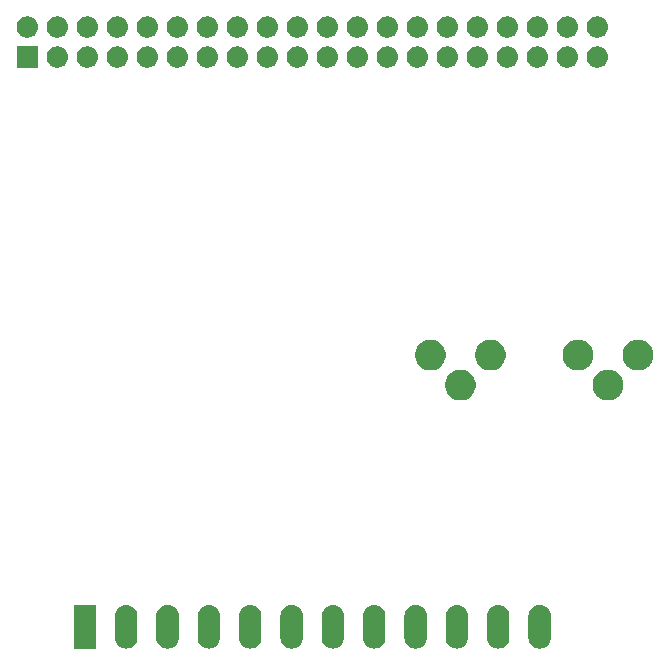
<source format=gbr>
G04 #@! TF.GenerationSoftware,KiCad,Pcbnew,(5.1.0-rc2-10-g13249b723)*
G04 #@! TF.CreationDate,2019-03-10T20:32:50+01:00*
G04 #@! TF.ProjectId,authbox-relay-driver,61757468-626f-4782-9d72-656c61792d64,rev?*
G04 #@! TF.SameCoordinates,Original*
G04 #@! TF.FileFunction,Soldermask,Bot*
G04 #@! TF.FilePolarity,Negative*
%FSLAX46Y46*%
G04 Gerber Fmt 4.6, Leading zero omitted, Abs format (unit mm)*
G04 Created by KiCad (PCBNEW (5.1.0-rc2-10-g13249b723)) date 2019-03-10 20:32:50*
%MOMM*%
%LPD*%
G04 APERTURE LIST*
%ADD10C,0.100000*%
G04 APERTURE END LIST*
D10*
G36*
X165486424Y-137832760D02*
G01*
X165486427Y-137832761D01*
X165486428Y-137832761D01*
X165665692Y-137887140D01*
X165665695Y-137887142D01*
X165665696Y-137887142D01*
X165830903Y-137975446D01*
X165975712Y-138094288D01*
X166094554Y-138239097D01*
X166182858Y-138404303D01*
X166182860Y-138404307D01*
X166182860Y-138404308D01*
X166237240Y-138583575D01*
X166251000Y-138723282D01*
X166251000Y-140616718D01*
X166237240Y-140756425D01*
X166237239Y-140756428D01*
X166237239Y-140756429D01*
X166182860Y-140935693D01*
X166182858Y-140935696D01*
X166182858Y-140935697D01*
X166094554Y-141100903D01*
X165975712Y-141245712D01*
X165830903Y-141364554D01*
X165665697Y-141452858D01*
X165665693Y-141452860D01*
X165486429Y-141507239D01*
X165486428Y-141507239D01*
X165486425Y-141507240D01*
X165300000Y-141525601D01*
X165113576Y-141507240D01*
X165113573Y-141507239D01*
X165113572Y-141507239D01*
X164934308Y-141452860D01*
X164934304Y-141452858D01*
X164769098Y-141364554D01*
X164624289Y-141245712D01*
X164505447Y-141100903D01*
X164417143Y-140935697D01*
X164417143Y-140935696D01*
X164417141Y-140935693D01*
X164362762Y-140756429D01*
X164362762Y-140756428D01*
X164362761Y-140756425D01*
X164349000Y-140616717D01*
X164349000Y-138723283D01*
X164362760Y-138583576D01*
X164362761Y-138583572D01*
X164417140Y-138404308D01*
X164417143Y-138404303D01*
X164505446Y-138239097D01*
X164624288Y-138094288D01*
X164769097Y-137975446D01*
X164934303Y-137887142D01*
X164934304Y-137887142D01*
X164934307Y-137887140D01*
X165113571Y-137832761D01*
X165113572Y-137832761D01*
X165113575Y-137832760D01*
X165300000Y-137814399D01*
X165486424Y-137832760D01*
X165486424Y-137832760D01*
G37*
G36*
X161986424Y-137832760D02*
G01*
X161986427Y-137832761D01*
X161986428Y-137832761D01*
X162165692Y-137887140D01*
X162165695Y-137887142D01*
X162165696Y-137887142D01*
X162330903Y-137975446D01*
X162475712Y-138094288D01*
X162594554Y-138239097D01*
X162682858Y-138404303D01*
X162682860Y-138404307D01*
X162682860Y-138404308D01*
X162737240Y-138583575D01*
X162751000Y-138723282D01*
X162751000Y-140616718D01*
X162737240Y-140756425D01*
X162737239Y-140756428D01*
X162737239Y-140756429D01*
X162682860Y-140935693D01*
X162682858Y-140935696D01*
X162682858Y-140935697D01*
X162594554Y-141100903D01*
X162475712Y-141245712D01*
X162330903Y-141364554D01*
X162165697Y-141452858D01*
X162165693Y-141452860D01*
X161986429Y-141507239D01*
X161986428Y-141507239D01*
X161986425Y-141507240D01*
X161800000Y-141525601D01*
X161613576Y-141507240D01*
X161613573Y-141507239D01*
X161613572Y-141507239D01*
X161434308Y-141452860D01*
X161434304Y-141452858D01*
X161269098Y-141364554D01*
X161124289Y-141245712D01*
X161005447Y-141100903D01*
X160917143Y-140935697D01*
X160917143Y-140935696D01*
X160917141Y-140935693D01*
X160862762Y-140756429D01*
X160862762Y-140756428D01*
X160862761Y-140756425D01*
X160849000Y-140616717D01*
X160849000Y-138723283D01*
X160862760Y-138583576D01*
X160862761Y-138583572D01*
X160917140Y-138404308D01*
X160917143Y-138404303D01*
X161005446Y-138239097D01*
X161124288Y-138094288D01*
X161269097Y-137975446D01*
X161434303Y-137887142D01*
X161434304Y-137887142D01*
X161434307Y-137887140D01*
X161613571Y-137832761D01*
X161613572Y-137832761D01*
X161613575Y-137832760D01*
X161800000Y-137814399D01*
X161986424Y-137832760D01*
X161986424Y-137832760D01*
G37*
G36*
X158486424Y-137832760D02*
G01*
X158486427Y-137832761D01*
X158486428Y-137832761D01*
X158665692Y-137887140D01*
X158665695Y-137887142D01*
X158665696Y-137887142D01*
X158830903Y-137975446D01*
X158975712Y-138094288D01*
X159094554Y-138239097D01*
X159182858Y-138404303D01*
X159182860Y-138404307D01*
X159182860Y-138404308D01*
X159237240Y-138583575D01*
X159251000Y-138723282D01*
X159251000Y-140616718D01*
X159237240Y-140756425D01*
X159237239Y-140756428D01*
X159237239Y-140756429D01*
X159182860Y-140935693D01*
X159182858Y-140935696D01*
X159182858Y-140935697D01*
X159094554Y-141100903D01*
X158975712Y-141245712D01*
X158830903Y-141364554D01*
X158665697Y-141452858D01*
X158665693Y-141452860D01*
X158486429Y-141507239D01*
X158486428Y-141507239D01*
X158486425Y-141507240D01*
X158300000Y-141525601D01*
X158113576Y-141507240D01*
X158113573Y-141507239D01*
X158113572Y-141507239D01*
X157934308Y-141452860D01*
X157934304Y-141452858D01*
X157769098Y-141364554D01*
X157624289Y-141245712D01*
X157505447Y-141100903D01*
X157417143Y-140935697D01*
X157417143Y-140935696D01*
X157417141Y-140935693D01*
X157362762Y-140756429D01*
X157362762Y-140756428D01*
X157362761Y-140756425D01*
X157349000Y-140616717D01*
X157349000Y-138723283D01*
X157362760Y-138583576D01*
X157362761Y-138583572D01*
X157417140Y-138404308D01*
X157417143Y-138404303D01*
X157505446Y-138239097D01*
X157624288Y-138094288D01*
X157769097Y-137975446D01*
X157934303Y-137887142D01*
X157934304Y-137887142D01*
X157934307Y-137887140D01*
X158113571Y-137832761D01*
X158113572Y-137832761D01*
X158113575Y-137832760D01*
X158300000Y-137814399D01*
X158486424Y-137832760D01*
X158486424Y-137832760D01*
G37*
G36*
X154986424Y-137832760D02*
G01*
X154986427Y-137832761D01*
X154986428Y-137832761D01*
X155165692Y-137887140D01*
X155165695Y-137887142D01*
X155165696Y-137887142D01*
X155330903Y-137975446D01*
X155475712Y-138094288D01*
X155594554Y-138239097D01*
X155682858Y-138404303D01*
X155682860Y-138404307D01*
X155682860Y-138404308D01*
X155737240Y-138583575D01*
X155751000Y-138723282D01*
X155751000Y-140616718D01*
X155737240Y-140756425D01*
X155737239Y-140756428D01*
X155737239Y-140756429D01*
X155682860Y-140935693D01*
X155682858Y-140935696D01*
X155682858Y-140935697D01*
X155594554Y-141100903D01*
X155475712Y-141245712D01*
X155330903Y-141364554D01*
X155165697Y-141452858D01*
X155165693Y-141452860D01*
X154986429Y-141507239D01*
X154986428Y-141507239D01*
X154986425Y-141507240D01*
X154800000Y-141525601D01*
X154613576Y-141507240D01*
X154613573Y-141507239D01*
X154613572Y-141507239D01*
X154434308Y-141452860D01*
X154434304Y-141452858D01*
X154269098Y-141364554D01*
X154124289Y-141245712D01*
X154005447Y-141100903D01*
X153917143Y-140935697D01*
X153917143Y-140935696D01*
X153917141Y-140935693D01*
X153862762Y-140756429D01*
X153862762Y-140756428D01*
X153862761Y-140756425D01*
X153849000Y-140616717D01*
X153849000Y-138723283D01*
X153862760Y-138583576D01*
X153862761Y-138583572D01*
X153917140Y-138404308D01*
X153917143Y-138404303D01*
X154005446Y-138239097D01*
X154124288Y-138094288D01*
X154269097Y-137975446D01*
X154434303Y-137887142D01*
X154434304Y-137887142D01*
X154434307Y-137887140D01*
X154613571Y-137832761D01*
X154613572Y-137832761D01*
X154613575Y-137832760D01*
X154800000Y-137814399D01*
X154986424Y-137832760D01*
X154986424Y-137832760D01*
G37*
G36*
X151486424Y-137832760D02*
G01*
X151486427Y-137832761D01*
X151486428Y-137832761D01*
X151665692Y-137887140D01*
X151665695Y-137887142D01*
X151665696Y-137887142D01*
X151830903Y-137975446D01*
X151975712Y-138094288D01*
X152094554Y-138239097D01*
X152182858Y-138404303D01*
X152182860Y-138404307D01*
X152182860Y-138404308D01*
X152237240Y-138583575D01*
X152251000Y-138723282D01*
X152251000Y-140616718D01*
X152237240Y-140756425D01*
X152237239Y-140756428D01*
X152237239Y-140756429D01*
X152182860Y-140935693D01*
X152182858Y-140935696D01*
X152182858Y-140935697D01*
X152094554Y-141100903D01*
X151975712Y-141245712D01*
X151830903Y-141364554D01*
X151665697Y-141452858D01*
X151665693Y-141452860D01*
X151486429Y-141507239D01*
X151486428Y-141507239D01*
X151486425Y-141507240D01*
X151300000Y-141525601D01*
X151113576Y-141507240D01*
X151113573Y-141507239D01*
X151113572Y-141507239D01*
X150934308Y-141452860D01*
X150934304Y-141452858D01*
X150769098Y-141364554D01*
X150624289Y-141245712D01*
X150505447Y-141100903D01*
X150417143Y-140935697D01*
X150417143Y-140935696D01*
X150417141Y-140935693D01*
X150362762Y-140756429D01*
X150362762Y-140756428D01*
X150362761Y-140756425D01*
X150349000Y-140616717D01*
X150349000Y-138723283D01*
X150362760Y-138583576D01*
X150362761Y-138583572D01*
X150417140Y-138404308D01*
X150417143Y-138404303D01*
X150505446Y-138239097D01*
X150624288Y-138094288D01*
X150769097Y-137975446D01*
X150934303Y-137887142D01*
X150934304Y-137887142D01*
X150934307Y-137887140D01*
X151113571Y-137832761D01*
X151113572Y-137832761D01*
X151113575Y-137832760D01*
X151300000Y-137814399D01*
X151486424Y-137832760D01*
X151486424Y-137832760D01*
G37*
G36*
X147986424Y-137832760D02*
G01*
X147986427Y-137832761D01*
X147986428Y-137832761D01*
X148165692Y-137887140D01*
X148165695Y-137887142D01*
X148165696Y-137887142D01*
X148330903Y-137975446D01*
X148475712Y-138094288D01*
X148594554Y-138239097D01*
X148682858Y-138404303D01*
X148682860Y-138404307D01*
X148682860Y-138404308D01*
X148737240Y-138583575D01*
X148751000Y-138723282D01*
X148751000Y-140616718D01*
X148737240Y-140756425D01*
X148737239Y-140756428D01*
X148737239Y-140756429D01*
X148682860Y-140935693D01*
X148682858Y-140935696D01*
X148682858Y-140935697D01*
X148594554Y-141100903D01*
X148475712Y-141245712D01*
X148330903Y-141364554D01*
X148165697Y-141452858D01*
X148165693Y-141452860D01*
X147986429Y-141507239D01*
X147986428Y-141507239D01*
X147986425Y-141507240D01*
X147800000Y-141525601D01*
X147613576Y-141507240D01*
X147613573Y-141507239D01*
X147613572Y-141507239D01*
X147434308Y-141452860D01*
X147434304Y-141452858D01*
X147269098Y-141364554D01*
X147124289Y-141245712D01*
X147005447Y-141100903D01*
X146917143Y-140935697D01*
X146917143Y-140935696D01*
X146917141Y-140935693D01*
X146862762Y-140756429D01*
X146862762Y-140756428D01*
X146862761Y-140756425D01*
X146849000Y-140616717D01*
X146849000Y-138723283D01*
X146862760Y-138583576D01*
X146862761Y-138583572D01*
X146917140Y-138404308D01*
X146917143Y-138404303D01*
X147005446Y-138239097D01*
X147124288Y-138094288D01*
X147269097Y-137975446D01*
X147434303Y-137887142D01*
X147434304Y-137887142D01*
X147434307Y-137887140D01*
X147613571Y-137832761D01*
X147613572Y-137832761D01*
X147613575Y-137832760D01*
X147800000Y-137814399D01*
X147986424Y-137832760D01*
X147986424Y-137832760D01*
G37*
G36*
X144486424Y-137832760D02*
G01*
X144486427Y-137832761D01*
X144486428Y-137832761D01*
X144665692Y-137887140D01*
X144665695Y-137887142D01*
X144665696Y-137887142D01*
X144830903Y-137975446D01*
X144975712Y-138094288D01*
X145094554Y-138239097D01*
X145182858Y-138404303D01*
X145182860Y-138404307D01*
X145182860Y-138404308D01*
X145237240Y-138583575D01*
X145251000Y-138723282D01*
X145251000Y-140616718D01*
X145237240Y-140756425D01*
X145237239Y-140756428D01*
X145237239Y-140756429D01*
X145182860Y-140935693D01*
X145182858Y-140935696D01*
X145182858Y-140935697D01*
X145094554Y-141100903D01*
X144975712Y-141245712D01*
X144830903Y-141364554D01*
X144665697Y-141452858D01*
X144665693Y-141452860D01*
X144486429Y-141507239D01*
X144486428Y-141507239D01*
X144486425Y-141507240D01*
X144300000Y-141525601D01*
X144113576Y-141507240D01*
X144113573Y-141507239D01*
X144113572Y-141507239D01*
X143934308Y-141452860D01*
X143934304Y-141452858D01*
X143769098Y-141364554D01*
X143624289Y-141245712D01*
X143505447Y-141100903D01*
X143417143Y-140935697D01*
X143417143Y-140935696D01*
X143417141Y-140935693D01*
X143362762Y-140756429D01*
X143362762Y-140756428D01*
X143362761Y-140756425D01*
X143349000Y-140616717D01*
X143349000Y-138723283D01*
X143362760Y-138583576D01*
X143362761Y-138583572D01*
X143417140Y-138404308D01*
X143417143Y-138404303D01*
X143505446Y-138239097D01*
X143624288Y-138094288D01*
X143769097Y-137975446D01*
X143934303Y-137887142D01*
X143934304Y-137887142D01*
X143934307Y-137887140D01*
X144113571Y-137832761D01*
X144113572Y-137832761D01*
X144113575Y-137832760D01*
X144300000Y-137814399D01*
X144486424Y-137832760D01*
X144486424Y-137832760D01*
G37*
G36*
X140986424Y-137832760D02*
G01*
X140986427Y-137832761D01*
X140986428Y-137832761D01*
X141165692Y-137887140D01*
X141165695Y-137887142D01*
X141165696Y-137887142D01*
X141330903Y-137975446D01*
X141475712Y-138094288D01*
X141594554Y-138239097D01*
X141682858Y-138404303D01*
X141682860Y-138404307D01*
X141682860Y-138404308D01*
X141737240Y-138583575D01*
X141751000Y-138723282D01*
X141751000Y-140616718D01*
X141737240Y-140756425D01*
X141737239Y-140756428D01*
X141737239Y-140756429D01*
X141682860Y-140935693D01*
X141682858Y-140935696D01*
X141682858Y-140935697D01*
X141594554Y-141100903D01*
X141475712Y-141245712D01*
X141330903Y-141364554D01*
X141165697Y-141452858D01*
X141165693Y-141452860D01*
X140986429Y-141507239D01*
X140986428Y-141507239D01*
X140986425Y-141507240D01*
X140800000Y-141525601D01*
X140613576Y-141507240D01*
X140613573Y-141507239D01*
X140613572Y-141507239D01*
X140434308Y-141452860D01*
X140434304Y-141452858D01*
X140269098Y-141364554D01*
X140124289Y-141245712D01*
X140005447Y-141100903D01*
X139917143Y-140935697D01*
X139917143Y-140935696D01*
X139917141Y-140935693D01*
X139862762Y-140756429D01*
X139862762Y-140756428D01*
X139862761Y-140756425D01*
X139849000Y-140616717D01*
X139849000Y-138723283D01*
X139862760Y-138583576D01*
X139862761Y-138583572D01*
X139917140Y-138404308D01*
X139917143Y-138404303D01*
X140005446Y-138239097D01*
X140124288Y-138094288D01*
X140269097Y-137975446D01*
X140434303Y-137887142D01*
X140434304Y-137887142D01*
X140434307Y-137887140D01*
X140613571Y-137832761D01*
X140613572Y-137832761D01*
X140613575Y-137832760D01*
X140800000Y-137814399D01*
X140986424Y-137832760D01*
X140986424Y-137832760D01*
G37*
G36*
X137486424Y-137832760D02*
G01*
X137486427Y-137832761D01*
X137486428Y-137832761D01*
X137665692Y-137887140D01*
X137665695Y-137887142D01*
X137665696Y-137887142D01*
X137830903Y-137975446D01*
X137975712Y-138094288D01*
X138094554Y-138239097D01*
X138182858Y-138404303D01*
X138182860Y-138404307D01*
X138182860Y-138404308D01*
X138237240Y-138583575D01*
X138251000Y-138723282D01*
X138251000Y-140616718D01*
X138237240Y-140756425D01*
X138237239Y-140756428D01*
X138237239Y-140756429D01*
X138182860Y-140935693D01*
X138182858Y-140935696D01*
X138182858Y-140935697D01*
X138094554Y-141100903D01*
X137975712Y-141245712D01*
X137830903Y-141364554D01*
X137665697Y-141452858D01*
X137665693Y-141452860D01*
X137486429Y-141507239D01*
X137486428Y-141507239D01*
X137486425Y-141507240D01*
X137300000Y-141525601D01*
X137113576Y-141507240D01*
X137113573Y-141507239D01*
X137113572Y-141507239D01*
X136934308Y-141452860D01*
X136934304Y-141452858D01*
X136769098Y-141364554D01*
X136624289Y-141245712D01*
X136505447Y-141100903D01*
X136417143Y-140935697D01*
X136417143Y-140935696D01*
X136417141Y-140935693D01*
X136362762Y-140756429D01*
X136362762Y-140756428D01*
X136362761Y-140756425D01*
X136349000Y-140616717D01*
X136349000Y-138723283D01*
X136362760Y-138583576D01*
X136362761Y-138583572D01*
X136417140Y-138404308D01*
X136417143Y-138404303D01*
X136505446Y-138239097D01*
X136624288Y-138094288D01*
X136769097Y-137975446D01*
X136934303Y-137887142D01*
X136934304Y-137887142D01*
X136934307Y-137887140D01*
X137113571Y-137832761D01*
X137113572Y-137832761D01*
X137113575Y-137832760D01*
X137300000Y-137814399D01*
X137486424Y-137832760D01*
X137486424Y-137832760D01*
G37*
G36*
X133986424Y-137832760D02*
G01*
X133986427Y-137832761D01*
X133986428Y-137832761D01*
X134165692Y-137887140D01*
X134165695Y-137887142D01*
X134165696Y-137887142D01*
X134330903Y-137975446D01*
X134475712Y-138094288D01*
X134594554Y-138239097D01*
X134682858Y-138404303D01*
X134682860Y-138404307D01*
X134682860Y-138404308D01*
X134737240Y-138583575D01*
X134751000Y-138723282D01*
X134751000Y-140616718D01*
X134737240Y-140756425D01*
X134737239Y-140756428D01*
X134737239Y-140756429D01*
X134682860Y-140935693D01*
X134682858Y-140935696D01*
X134682858Y-140935697D01*
X134594554Y-141100903D01*
X134475712Y-141245712D01*
X134330903Y-141364554D01*
X134165697Y-141452858D01*
X134165693Y-141452860D01*
X133986429Y-141507239D01*
X133986428Y-141507239D01*
X133986425Y-141507240D01*
X133800000Y-141525601D01*
X133613576Y-141507240D01*
X133613573Y-141507239D01*
X133613572Y-141507239D01*
X133434308Y-141452860D01*
X133434304Y-141452858D01*
X133269098Y-141364554D01*
X133124289Y-141245712D01*
X133005447Y-141100903D01*
X132917143Y-140935697D01*
X132917143Y-140935696D01*
X132917141Y-140935693D01*
X132862762Y-140756429D01*
X132862762Y-140756428D01*
X132862761Y-140756425D01*
X132849000Y-140616717D01*
X132849000Y-138723283D01*
X132862760Y-138583576D01*
X132862761Y-138583572D01*
X132917140Y-138404308D01*
X132917143Y-138404303D01*
X133005446Y-138239097D01*
X133124288Y-138094288D01*
X133269097Y-137975446D01*
X133434303Y-137887142D01*
X133434304Y-137887142D01*
X133434307Y-137887140D01*
X133613571Y-137832761D01*
X133613572Y-137832761D01*
X133613575Y-137832760D01*
X133800000Y-137814399D01*
X133986424Y-137832760D01*
X133986424Y-137832760D01*
G37*
G36*
X130486424Y-137832760D02*
G01*
X130486427Y-137832761D01*
X130486428Y-137832761D01*
X130665692Y-137887140D01*
X130665695Y-137887142D01*
X130665696Y-137887142D01*
X130830903Y-137975446D01*
X130975712Y-138094288D01*
X131094554Y-138239097D01*
X131182858Y-138404303D01*
X131182860Y-138404307D01*
X131182860Y-138404308D01*
X131237240Y-138583575D01*
X131251000Y-138723282D01*
X131251000Y-140616718D01*
X131237240Y-140756425D01*
X131237239Y-140756428D01*
X131237239Y-140756429D01*
X131182860Y-140935693D01*
X131182858Y-140935696D01*
X131182858Y-140935697D01*
X131094554Y-141100903D01*
X130975712Y-141245712D01*
X130830903Y-141364554D01*
X130665697Y-141452858D01*
X130665693Y-141452860D01*
X130486429Y-141507239D01*
X130486428Y-141507239D01*
X130486425Y-141507240D01*
X130300000Y-141525601D01*
X130113576Y-141507240D01*
X130113573Y-141507239D01*
X130113572Y-141507239D01*
X129934308Y-141452860D01*
X129934304Y-141452858D01*
X129769098Y-141364554D01*
X129624289Y-141245712D01*
X129505447Y-141100903D01*
X129417143Y-140935697D01*
X129417143Y-140935696D01*
X129417141Y-140935693D01*
X129362762Y-140756429D01*
X129362762Y-140756428D01*
X129362761Y-140756425D01*
X129349000Y-140616717D01*
X129349000Y-138723283D01*
X129362760Y-138583576D01*
X129362761Y-138583572D01*
X129417140Y-138404308D01*
X129417143Y-138404303D01*
X129505446Y-138239097D01*
X129624288Y-138094288D01*
X129769097Y-137975446D01*
X129934303Y-137887142D01*
X129934304Y-137887142D01*
X129934307Y-137887140D01*
X130113571Y-137832761D01*
X130113572Y-137832761D01*
X130113575Y-137832760D01*
X130300000Y-137814399D01*
X130486424Y-137832760D01*
X130486424Y-137832760D01*
G37*
G36*
X127751000Y-141521000D02*
G01*
X125849000Y-141521000D01*
X125849000Y-137819000D01*
X127751000Y-137819000D01*
X127751000Y-141521000D01*
X127751000Y-141521000D01*
G37*
G36*
X171469487Y-117958996D02*
G01*
X171706253Y-118057068D01*
X171706255Y-118057069D01*
X171919339Y-118199447D01*
X172100553Y-118380661D01*
X172242932Y-118593747D01*
X172341004Y-118830513D01*
X172391000Y-119081861D01*
X172391000Y-119338139D01*
X172341004Y-119589487D01*
X172242932Y-119826253D01*
X172242931Y-119826255D01*
X172100553Y-120039339D01*
X171919339Y-120220553D01*
X171706255Y-120362931D01*
X171706254Y-120362932D01*
X171706253Y-120362932D01*
X171469487Y-120461004D01*
X171218139Y-120511000D01*
X170961861Y-120511000D01*
X170710513Y-120461004D01*
X170473747Y-120362932D01*
X170473746Y-120362932D01*
X170473745Y-120362931D01*
X170260661Y-120220553D01*
X170079447Y-120039339D01*
X169937069Y-119826255D01*
X169937068Y-119826253D01*
X169838996Y-119589487D01*
X169789000Y-119338139D01*
X169789000Y-119081861D01*
X169838996Y-118830513D01*
X169937068Y-118593747D01*
X170079447Y-118380661D01*
X170260661Y-118199447D01*
X170473745Y-118057069D01*
X170473747Y-118057068D01*
X170710513Y-117958996D01*
X170961861Y-117909000D01*
X171218139Y-117909000D01*
X171469487Y-117958996D01*
X171469487Y-117958996D01*
G37*
G36*
X158969487Y-117958996D02*
G01*
X159206253Y-118057068D01*
X159206255Y-118057069D01*
X159419339Y-118199447D01*
X159600553Y-118380661D01*
X159742932Y-118593747D01*
X159841004Y-118830513D01*
X159891000Y-119081861D01*
X159891000Y-119338139D01*
X159841004Y-119589487D01*
X159742932Y-119826253D01*
X159742931Y-119826255D01*
X159600553Y-120039339D01*
X159419339Y-120220553D01*
X159206255Y-120362931D01*
X159206254Y-120362932D01*
X159206253Y-120362932D01*
X158969487Y-120461004D01*
X158718139Y-120511000D01*
X158461861Y-120511000D01*
X158210513Y-120461004D01*
X157973747Y-120362932D01*
X157973746Y-120362932D01*
X157973745Y-120362931D01*
X157760661Y-120220553D01*
X157579447Y-120039339D01*
X157437069Y-119826255D01*
X157437068Y-119826253D01*
X157338996Y-119589487D01*
X157289000Y-119338139D01*
X157289000Y-119081861D01*
X157338996Y-118830513D01*
X157437068Y-118593747D01*
X157579447Y-118380661D01*
X157760661Y-118199447D01*
X157973745Y-118057069D01*
X157973747Y-118057068D01*
X158210513Y-117958996D01*
X158461861Y-117909000D01*
X158718139Y-117909000D01*
X158969487Y-117958996D01*
X158969487Y-117958996D01*
G37*
G36*
X156429487Y-115418996D02*
G01*
X156666253Y-115517068D01*
X156666255Y-115517069D01*
X156879339Y-115659447D01*
X157060553Y-115840661D01*
X157202932Y-116053747D01*
X157301004Y-116290513D01*
X157351000Y-116541861D01*
X157351000Y-116798139D01*
X157301004Y-117049487D01*
X157202932Y-117286253D01*
X157202931Y-117286255D01*
X157060553Y-117499339D01*
X156879339Y-117680553D01*
X156666255Y-117822931D01*
X156666254Y-117822932D01*
X156666253Y-117822932D01*
X156429487Y-117921004D01*
X156178139Y-117971000D01*
X155921861Y-117971000D01*
X155670513Y-117921004D01*
X155433747Y-117822932D01*
X155433746Y-117822932D01*
X155433745Y-117822931D01*
X155220661Y-117680553D01*
X155039447Y-117499339D01*
X154897069Y-117286255D01*
X154897068Y-117286253D01*
X154798996Y-117049487D01*
X154749000Y-116798139D01*
X154749000Y-116541861D01*
X154798996Y-116290513D01*
X154897068Y-116053747D01*
X155039447Y-115840661D01*
X155220661Y-115659447D01*
X155433745Y-115517069D01*
X155433747Y-115517068D01*
X155670513Y-115418996D01*
X155921861Y-115369000D01*
X156178139Y-115369000D01*
X156429487Y-115418996D01*
X156429487Y-115418996D01*
G37*
G36*
X161509487Y-115418996D02*
G01*
X161746253Y-115517068D01*
X161746255Y-115517069D01*
X161959339Y-115659447D01*
X162140553Y-115840661D01*
X162282932Y-116053747D01*
X162381004Y-116290513D01*
X162431000Y-116541861D01*
X162431000Y-116798139D01*
X162381004Y-117049487D01*
X162282932Y-117286253D01*
X162282931Y-117286255D01*
X162140553Y-117499339D01*
X161959339Y-117680553D01*
X161746255Y-117822931D01*
X161746254Y-117822932D01*
X161746253Y-117822932D01*
X161509487Y-117921004D01*
X161258139Y-117971000D01*
X161001861Y-117971000D01*
X160750513Y-117921004D01*
X160513747Y-117822932D01*
X160513746Y-117822932D01*
X160513745Y-117822931D01*
X160300661Y-117680553D01*
X160119447Y-117499339D01*
X159977069Y-117286255D01*
X159977068Y-117286253D01*
X159878996Y-117049487D01*
X159829000Y-116798139D01*
X159829000Y-116541861D01*
X159878996Y-116290513D01*
X159977068Y-116053747D01*
X160119447Y-115840661D01*
X160300661Y-115659447D01*
X160513745Y-115517069D01*
X160513747Y-115517068D01*
X160750513Y-115418996D01*
X161001861Y-115369000D01*
X161258139Y-115369000D01*
X161509487Y-115418996D01*
X161509487Y-115418996D01*
G37*
G36*
X168929487Y-115418996D02*
G01*
X169166253Y-115517068D01*
X169166255Y-115517069D01*
X169379339Y-115659447D01*
X169560553Y-115840661D01*
X169702932Y-116053747D01*
X169801004Y-116290513D01*
X169851000Y-116541861D01*
X169851000Y-116798139D01*
X169801004Y-117049487D01*
X169702932Y-117286253D01*
X169702931Y-117286255D01*
X169560553Y-117499339D01*
X169379339Y-117680553D01*
X169166255Y-117822931D01*
X169166254Y-117822932D01*
X169166253Y-117822932D01*
X168929487Y-117921004D01*
X168678139Y-117971000D01*
X168421861Y-117971000D01*
X168170513Y-117921004D01*
X167933747Y-117822932D01*
X167933746Y-117822932D01*
X167933745Y-117822931D01*
X167720661Y-117680553D01*
X167539447Y-117499339D01*
X167397069Y-117286255D01*
X167397068Y-117286253D01*
X167298996Y-117049487D01*
X167249000Y-116798139D01*
X167249000Y-116541861D01*
X167298996Y-116290513D01*
X167397068Y-116053747D01*
X167539447Y-115840661D01*
X167720661Y-115659447D01*
X167933745Y-115517069D01*
X167933747Y-115517068D01*
X168170513Y-115418996D01*
X168421861Y-115369000D01*
X168678139Y-115369000D01*
X168929487Y-115418996D01*
X168929487Y-115418996D01*
G37*
G36*
X174009487Y-115418996D02*
G01*
X174246253Y-115517068D01*
X174246255Y-115517069D01*
X174459339Y-115659447D01*
X174640553Y-115840661D01*
X174782932Y-116053747D01*
X174881004Y-116290513D01*
X174931000Y-116541861D01*
X174931000Y-116798139D01*
X174881004Y-117049487D01*
X174782932Y-117286253D01*
X174782931Y-117286255D01*
X174640553Y-117499339D01*
X174459339Y-117680553D01*
X174246255Y-117822931D01*
X174246254Y-117822932D01*
X174246253Y-117822932D01*
X174009487Y-117921004D01*
X173758139Y-117971000D01*
X173501861Y-117971000D01*
X173250513Y-117921004D01*
X173013747Y-117822932D01*
X173013746Y-117822932D01*
X173013745Y-117822931D01*
X172800661Y-117680553D01*
X172619447Y-117499339D01*
X172477069Y-117286255D01*
X172477068Y-117286253D01*
X172378996Y-117049487D01*
X172329000Y-116798139D01*
X172329000Y-116541861D01*
X172378996Y-116290513D01*
X172477068Y-116053747D01*
X172619447Y-115840661D01*
X172800661Y-115659447D01*
X173013745Y-115517069D01*
X173013747Y-115517068D01*
X173250513Y-115418996D01*
X173501861Y-115369000D01*
X173758139Y-115369000D01*
X174009487Y-115418996D01*
X174009487Y-115418996D01*
G37*
G36*
X165210443Y-90545519D02*
G01*
X165276627Y-90552037D01*
X165446466Y-90603557D01*
X165602991Y-90687222D01*
X165638729Y-90716552D01*
X165740186Y-90799814D01*
X165823448Y-90901271D01*
X165852778Y-90937009D01*
X165936443Y-91093534D01*
X165987963Y-91263373D01*
X166005359Y-91440000D01*
X165987963Y-91616627D01*
X165936443Y-91786466D01*
X165852778Y-91942991D01*
X165823448Y-91978729D01*
X165740186Y-92080186D01*
X165638729Y-92163448D01*
X165602991Y-92192778D01*
X165446466Y-92276443D01*
X165276627Y-92327963D01*
X165210443Y-92334481D01*
X165144260Y-92341000D01*
X165055740Y-92341000D01*
X164989557Y-92334481D01*
X164923373Y-92327963D01*
X164753534Y-92276443D01*
X164597009Y-92192778D01*
X164561271Y-92163448D01*
X164459814Y-92080186D01*
X164376552Y-91978729D01*
X164347222Y-91942991D01*
X164263557Y-91786466D01*
X164212037Y-91616627D01*
X164194641Y-91440000D01*
X164212037Y-91263373D01*
X164263557Y-91093534D01*
X164347222Y-90937009D01*
X164376552Y-90901271D01*
X164459814Y-90799814D01*
X164561271Y-90716552D01*
X164597009Y-90687222D01*
X164753534Y-90603557D01*
X164923373Y-90552037D01*
X164989558Y-90545518D01*
X165055740Y-90539000D01*
X165144260Y-90539000D01*
X165210443Y-90545519D01*
X165210443Y-90545519D01*
G37*
G36*
X162670443Y-90545519D02*
G01*
X162736627Y-90552037D01*
X162906466Y-90603557D01*
X163062991Y-90687222D01*
X163098729Y-90716552D01*
X163200186Y-90799814D01*
X163283448Y-90901271D01*
X163312778Y-90937009D01*
X163396443Y-91093534D01*
X163447963Y-91263373D01*
X163465359Y-91440000D01*
X163447963Y-91616627D01*
X163396443Y-91786466D01*
X163312778Y-91942991D01*
X163283448Y-91978729D01*
X163200186Y-92080186D01*
X163098729Y-92163448D01*
X163062991Y-92192778D01*
X162906466Y-92276443D01*
X162736627Y-92327963D01*
X162670443Y-92334481D01*
X162604260Y-92341000D01*
X162515740Y-92341000D01*
X162449557Y-92334481D01*
X162383373Y-92327963D01*
X162213534Y-92276443D01*
X162057009Y-92192778D01*
X162021271Y-92163448D01*
X161919814Y-92080186D01*
X161836552Y-91978729D01*
X161807222Y-91942991D01*
X161723557Y-91786466D01*
X161672037Y-91616627D01*
X161654641Y-91440000D01*
X161672037Y-91263373D01*
X161723557Y-91093534D01*
X161807222Y-90937009D01*
X161836552Y-90901271D01*
X161919814Y-90799814D01*
X162021271Y-90716552D01*
X162057009Y-90687222D01*
X162213534Y-90603557D01*
X162383373Y-90552037D01*
X162449558Y-90545518D01*
X162515740Y-90539000D01*
X162604260Y-90539000D01*
X162670443Y-90545519D01*
X162670443Y-90545519D01*
G37*
G36*
X160130443Y-90545519D02*
G01*
X160196627Y-90552037D01*
X160366466Y-90603557D01*
X160522991Y-90687222D01*
X160558729Y-90716552D01*
X160660186Y-90799814D01*
X160743448Y-90901271D01*
X160772778Y-90937009D01*
X160856443Y-91093534D01*
X160907963Y-91263373D01*
X160925359Y-91440000D01*
X160907963Y-91616627D01*
X160856443Y-91786466D01*
X160772778Y-91942991D01*
X160743448Y-91978729D01*
X160660186Y-92080186D01*
X160558729Y-92163448D01*
X160522991Y-92192778D01*
X160366466Y-92276443D01*
X160196627Y-92327963D01*
X160130443Y-92334481D01*
X160064260Y-92341000D01*
X159975740Y-92341000D01*
X159909557Y-92334481D01*
X159843373Y-92327963D01*
X159673534Y-92276443D01*
X159517009Y-92192778D01*
X159481271Y-92163448D01*
X159379814Y-92080186D01*
X159296552Y-91978729D01*
X159267222Y-91942991D01*
X159183557Y-91786466D01*
X159132037Y-91616627D01*
X159114641Y-91440000D01*
X159132037Y-91263373D01*
X159183557Y-91093534D01*
X159267222Y-90937009D01*
X159296552Y-90901271D01*
X159379814Y-90799814D01*
X159481271Y-90716552D01*
X159517009Y-90687222D01*
X159673534Y-90603557D01*
X159843373Y-90552037D01*
X159909558Y-90545518D01*
X159975740Y-90539000D01*
X160064260Y-90539000D01*
X160130443Y-90545519D01*
X160130443Y-90545519D01*
G37*
G36*
X157590443Y-90545519D02*
G01*
X157656627Y-90552037D01*
X157826466Y-90603557D01*
X157982991Y-90687222D01*
X158018729Y-90716552D01*
X158120186Y-90799814D01*
X158203448Y-90901271D01*
X158232778Y-90937009D01*
X158316443Y-91093534D01*
X158367963Y-91263373D01*
X158385359Y-91440000D01*
X158367963Y-91616627D01*
X158316443Y-91786466D01*
X158232778Y-91942991D01*
X158203448Y-91978729D01*
X158120186Y-92080186D01*
X158018729Y-92163448D01*
X157982991Y-92192778D01*
X157826466Y-92276443D01*
X157656627Y-92327963D01*
X157590443Y-92334481D01*
X157524260Y-92341000D01*
X157435740Y-92341000D01*
X157369557Y-92334481D01*
X157303373Y-92327963D01*
X157133534Y-92276443D01*
X156977009Y-92192778D01*
X156941271Y-92163448D01*
X156839814Y-92080186D01*
X156756552Y-91978729D01*
X156727222Y-91942991D01*
X156643557Y-91786466D01*
X156592037Y-91616627D01*
X156574641Y-91440000D01*
X156592037Y-91263373D01*
X156643557Y-91093534D01*
X156727222Y-90937009D01*
X156756552Y-90901271D01*
X156839814Y-90799814D01*
X156941271Y-90716552D01*
X156977009Y-90687222D01*
X157133534Y-90603557D01*
X157303373Y-90552037D01*
X157369558Y-90545518D01*
X157435740Y-90539000D01*
X157524260Y-90539000D01*
X157590443Y-90545519D01*
X157590443Y-90545519D01*
G37*
G36*
X152510443Y-90545519D02*
G01*
X152576627Y-90552037D01*
X152746466Y-90603557D01*
X152902991Y-90687222D01*
X152938729Y-90716552D01*
X153040186Y-90799814D01*
X153123448Y-90901271D01*
X153152778Y-90937009D01*
X153236443Y-91093534D01*
X153287963Y-91263373D01*
X153305359Y-91440000D01*
X153287963Y-91616627D01*
X153236443Y-91786466D01*
X153152778Y-91942991D01*
X153123448Y-91978729D01*
X153040186Y-92080186D01*
X152938729Y-92163448D01*
X152902991Y-92192778D01*
X152746466Y-92276443D01*
X152576627Y-92327963D01*
X152510443Y-92334481D01*
X152444260Y-92341000D01*
X152355740Y-92341000D01*
X152289557Y-92334481D01*
X152223373Y-92327963D01*
X152053534Y-92276443D01*
X151897009Y-92192778D01*
X151861271Y-92163448D01*
X151759814Y-92080186D01*
X151676552Y-91978729D01*
X151647222Y-91942991D01*
X151563557Y-91786466D01*
X151512037Y-91616627D01*
X151494641Y-91440000D01*
X151512037Y-91263373D01*
X151563557Y-91093534D01*
X151647222Y-90937009D01*
X151676552Y-90901271D01*
X151759814Y-90799814D01*
X151861271Y-90716552D01*
X151897009Y-90687222D01*
X152053534Y-90603557D01*
X152223373Y-90552037D01*
X152289557Y-90545519D01*
X152355740Y-90539000D01*
X152444260Y-90539000D01*
X152510443Y-90545519D01*
X152510443Y-90545519D01*
G37*
G36*
X149970443Y-90545519D02*
G01*
X150036627Y-90552037D01*
X150206466Y-90603557D01*
X150362991Y-90687222D01*
X150398729Y-90716552D01*
X150500186Y-90799814D01*
X150583448Y-90901271D01*
X150612778Y-90937009D01*
X150696443Y-91093534D01*
X150747963Y-91263373D01*
X150765359Y-91440000D01*
X150747963Y-91616627D01*
X150696443Y-91786466D01*
X150612778Y-91942991D01*
X150583448Y-91978729D01*
X150500186Y-92080186D01*
X150398729Y-92163448D01*
X150362991Y-92192778D01*
X150206466Y-92276443D01*
X150036627Y-92327963D01*
X149970443Y-92334481D01*
X149904260Y-92341000D01*
X149815740Y-92341000D01*
X149749557Y-92334481D01*
X149683373Y-92327963D01*
X149513534Y-92276443D01*
X149357009Y-92192778D01*
X149321271Y-92163448D01*
X149219814Y-92080186D01*
X149136552Y-91978729D01*
X149107222Y-91942991D01*
X149023557Y-91786466D01*
X148972037Y-91616627D01*
X148954641Y-91440000D01*
X148972037Y-91263373D01*
X149023557Y-91093534D01*
X149107222Y-90937009D01*
X149136552Y-90901271D01*
X149219814Y-90799814D01*
X149321271Y-90716552D01*
X149357009Y-90687222D01*
X149513534Y-90603557D01*
X149683373Y-90552037D01*
X149749557Y-90545519D01*
X149815740Y-90539000D01*
X149904260Y-90539000D01*
X149970443Y-90545519D01*
X149970443Y-90545519D01*
G37*
G36*
X147430443Y-90545519D02*
G01*
X147496627Y-90552037D01*
X147666466Y-90603557D01*
X147822991Y-90687222D01*
X147858729Y-90716552D01*
X147960186Y-90799814D01*
X148043448Y-90901271D01*
X148072778Y-90937009D01*
X148156443Y-91093534D01*
X148207963Y-91263373D01*
X148225359Y-91440000D01*
X148207963Y-91616627D01*
X148156443Y-91786466D01*
X148072778Y-91942991D01*
X148043448Y-91978729D01*
X147960186Y-92080186D01*
X147858729Y-92163448D01*
X147822991Y-92192778D01*
X147666466Y-92276443D01*
X147496627Y-92327963D01*
X147430443Y-92334481D01*
X147364260Y-92341000D01*
X147275740Y-92341000D01*
X147209557Y-92334481D01*
X147143373Y-92327963D01*
X146973534Y-92276443D01*
X146817009Y-92192778D01*
X146781271Y-92163448D01*
X146679814Y-92080186D01*
X146596552Y-91978729D01*
X146567222Y-91942991D01*
X146483557Y-91786466D01*
X146432037Y-91616627D01*
X146414641Y-91440000D01*
X146432037Y-91263373D01*
X146483557Y-91093534D01*
X146567222Y-90937009D01*
X146596552Y-90901271D01*
X146679814Y-90799814D01*
X146781271Y-90716552D01*
X146817009Y-90687222D01*
X146973534Y-90603557D01*
X147143373Y-90552037D01*
X147209557Y-90545519D01*
X147275740Y-90539000D01*
X147364260Y-90539000D01*
X147430443Y-90545519D01*
X147430443Y-90545519D01*
G37*
G36*
X144890443Y-90545519D02*
G01*
X144956627Y-90552037D01*
X145126466Y-90603557D01*
X145282991Y-90687222D01*
X145318729Y-90716552D01*
X145420186Y-90799814D01*
X145503448Y-90901271D01*
X145532778Y-90937009D01*
X145616443Y-91093534D01*
X145667963Y-91263373D01*
X145685359Y-91440000D01*
X145667963Y-91616627D01*
X145616443Y-91786466D01*
X145532778Y-91942991D01*
X145503448Y-91978729D01*
X145420186Y-92080186D01*
X145318729Y-92163448D01*
X145282991Y-92192778D01*
X145126466Y-92276443D01*
X144956627Y-92327963D01*
X144890443Y-92334481D01*
X144824260Y-92341000D01*
X144735740Y-92341000D01*
X144669557Y-92334481D01*
X144603373Y-92327963D01*
X144433534Y-92276443D01*
X144277009Y-92192778D01*
X144241271Y-92163448D01*
X144139814Y-92080186D01*
X144056552Y-91978729D01*
X144027222Y-91942991D01*
X143943557Y-91786466D01*
X143892037Y-91616627D01*
X143874641Y-91440000D01*
X143892037Y-91263373D01*
X143943557Y-91093534D01*
X144027222Y-90937009D01*
X144056552Y-90901271D01*
X144139814Y-90799814D01*
X144241271Y-90716552D01*
X144277009Y-90687222D01*
X144433534Y-90603557D01*
X144603373Y-90552037D01*
X144669557Y-90545519D01*
X144735740Y-90539000D01*
X144824260Y-90539000D01*
X144890443Y-90545519D01*
X144890443Y-90545519D01*
G37*
G36*
X167750443Y-90545519D02*
G01*
X167816627Y-90552037D01*
X167986466Y-90603557D01*
X168142991Y-90687222D01*
X168178729Y-90716552D01*
X168280186Y-90799814D01*
X168363448Y-90901271D01*
X168392778Y-90937009D01*
X168476443Y-91093534D01*
X168527963Y-91263373D01*
X168545359Y-91440000D01*
X168527963Y-91616627D01*
X168476443Y-91786466D01*
X168392778Y-91942991D01*
X168363448Y-91978729D01*
X168280186Y-92080186D01*
X168178729Y-92163448D01*
X168142991Y-92192778D01*
X167986466Y-92276443D01*
X167816627Y-92327963D01*
X167750443Y-92334481D01*
X167684260Y-92341000D01*
X167595740Y-92341000D01*
X167529557Y-92334481D01*
X167463373Y-92327963D01*
X167293534Y-92276443D01*
X167137009Y-92192778D01*
X167101271Y-92163448D01*
X166999814Y-92080186D01*
X166916552Y-91978729D01*
X166887222Y-91942991D01*
X166803557Y-91786466D01*
X166752037Y-91616627D01*
X166734641Y-91440000D01*
X166752037Y-91263373D01*
X166803557Y-91093534D01*
X166887222Y-90937009D01*
X166916552Y-90901271D01*
X166999814Y-90799814D01*
X167101271Y-90716552D01*
X167137009Y-90687222D01*
X167293534Y-90603557D01*
X167463373Y-90552037D01*
X167529558Y-90545518D01*
X167595740Y-90539000D01*
X167684260Y-90539000D01*
X167750443Y-90545519D01*
X167750443Y-90545519D01*
G37*
G36*
X139810443Y-90545519D02*
G01*
X139876627Y-90552037D01*
X140046466Y-90603557D01*
X140202991Y-90687222D01*
X140238729Y-90716552D01*
X140340186Y-90799814D01*
X140423448Y-90901271D01*
X140452778Y-90937009D01*
X140536443Y-91093534D01*
X140587963Y-91263373D01*
X140605359Y-91440000D01*
X140587963Y-91616627D01*
X140536443Y-91786466D01*
X140452778Y-91942991D01*
X140423448Y-91978729D01*
X140340186Y-92080186D01*
X140238729Y-92163448D01*
X140202991Y-92192778D01*
X140046466Y-92276443D01*
X139876627Y-92327963D01*
X139810443Y-92334481D01*
X139744260Y-92341000D01*
X139655740Y-92341000D01*
X139589557Y-92334481D01*
X139523373Y-92327963D01*
X139353534Y-92276443D01*
X139197009Y-92192778D01*
X139161271Y-92163448D01*
X139059814Y-92080186D01*
X138976552Y-91978729D01*
X138947222Y-91942991D01*
X138863557Y-91786466D01*
X138812037Y-91616627D01*
X138794641Y-91440000D01*
X138812037Y-91263373D01*
X138863557Y-91093534D01*
X138947222Y-90937009D01*
X138976552Y-90901271D01*
X139059814Y-90799814D01*
X139161271Y-90716552D01*
X139197009Y-90687222D01*
X139353534Y-90603557D01*
X139523373Y-90552037D01*
X139589557Y-90545519D01*
X139655740Y-90539000D01*
X139744260Y-90539000D01*
X139810443Y-90545519D01*
X139810443Y-90545519D01*
G37*
G36*
X134730443Y-90545519D02*
G01*
X134796627Y-90552037D01*
X134966466Y-90603557D01*
X135122991Y-90687222D01*
X135158729Y-90716552D01*
X135260186Y-90799814D01*
X135343448Y-90901271D01*
X135372778Y-90937009D01*
X135456443Y-91093534D01*
X135507963Y-91263373D01*
X135525359Y-91440000D01*
X135507963Y-91616627D01*
X135456443Y-91786466D01*
X135372778Y-91942991D01*
X135343448Y-91978729D01*
X135260186Y-92080186D01*
X135158729Y-92163448D01*
X135122991Y-92192778D01*
X134966466Y-92276443D01*
X134796627Y-92327963D01*
X134730443Y-92334481D01*
X134664260Y-92341000D01*
X134575740Y-92341000D01*
X134509557Y-92334481D01*
X134443373Y-92327963D01*
X134273534Y-92276443D01*
X134117009Y-92192778D01*
X134081271Y-92163448D01*
X133979814Y-92080186D01*
X133896552Y-91978729D01*
X133867222Y-91942991D01*
X133783557Y-91786466D01*
X133732037Y-91616627D01*
X133714641Y-91440000D01*
X133732037Y-91263373D01*
X133783557Y-91093534D01*
X133867222Y-90937009D01*
X133896552Y-90901271D01*
X133979814Y-90799814D01*
X134081271Y-90716552D01*
X134117009Y-90687222D01*
X134273534Y-90603557D01*
X134443373Y-90552037D01*
X134509557Y-90545519D01*
X134575740Y-90539000D01*
X134664260Y-90539000D01*
X134730443Y-90545519D01*
X134730443Y-90545519D01*
G37*
G36*
X137270443Y-90545519D02*
G01*
X137336627Y-90552037D01*
X137506466Y-90603557D01*
X137662991Y-90687222D01*
X137698729Y-90716552D01*
X137800186Y-90799814D01*
X137883448Y-90901271D01*
X137912778Y-90937009D01*
X137996443Y-91093534D01*
X138047963Y-91263373D01*
X138065359Y-91440000D01*
X138047963Y-91616627D01*
X137996443Y-91786466D01*
X137912778Y-91942991D01*
X137883448Y-91978729D01*
X137800186Y-92080186D01*
X137698729Y-92163448D01*
X137662991Y-92192778D01*
X137506466Y-92276443D01*
X137336627Y-92327963D01*
X137270443Y-92334481D01*
X137204260Y-92341000D01*
X137115740Y-92341000D01*
X137049557Y-92334481D01*
X136983373Y-92327963D01*
X136813534Y-92276443D01*
X136657009Y-92192778D01*
X136621271Y-92163448D01*
X136519814Y-92080186D01*
X136436552Y-91978729D01*
X136407222Y-91942991D01*
X136323557Y-91786466D01*
X136272037Y-91616627D01*
X136254641Y-91440000D01*
X136272037Y-91263373D01*
X136323557Y-91093534D01*
X136407222Y-90937009D01*
X136436552Y-90901271D01*
X136519814Y-90799814D01*
X136621271Y-90716552D01*
X136657009Y-90687222D01*
X136813534Y-90603557D01*
X136983373Y-90552037D01*
X137049557Y-90545519D01*
X137115740Y-90539000D01*
X137204260Y-90539000D01*
X137270443Y-90545519D01*
X137270443Y-90545519D01*
G37*
G36*
X142350443Y-90545519D02*
G01*
X142416627Y-90552037D01*
X142586466Y-90603557D01*
X142742991Y-90687222D01*
X142778729Y-90716552D01*
X142880186Y-90799814D01*
X142963448Y-90901271D01*
X142992778Y-90937009D01*
X143076443Y-91093534D01*
X143127963Y-91263373D01*
X143145359Y-91440000D01*
X143127963Y-91616627D01*
X143076443Y-91786466D01*
X142992778Y-91942991D01*
X142963448Y-91978729D01*
X142880186Y-92080186D01*
X142778729Y-92163448D01*
X142742991Y-92192778D01*
X142586466Y-92276443D01*
X142416627Y-92327963D01*
X142350443Y-92334481D01*
X142284260Y-92341000D01*
X142195740Y-92341000D01*
X142129557Y-92334481D01*
X142063373Y-92327963D01*
X141893534Y-92276443D01*
X141737009Y-92192778D01*
X141701271Y-92163448D01*
X141599814Y-92080186D01*
X141516552Y-91978729D01*
X141487222Y-91942991D01*
X141403557Y-91786466D01*
X141352037Y-91616627D01*
X141334641Y-91440000D01*
X141352037Y-91263373D01*
X141403557Y-91093534D01*
X141487222Y-90937009D01*
X141516552Y-90901271D01*
X141599814Y-90799814D01*
X141701271Y-90716552D01*
X141737009Y-90687222D01*
X141893534Y-90603557D01*
X142063373Y-90552037D01*
X142129557Y-90545519D01*
X142195740Y-90539000D01*
X142284260Y-90539000D01*
X142350443Y-90545519D01*
X142350443Y-90545519D01*
G37*
G36*
X155050443Y-90545519D02*
G01*
X155116627Y-90552037D01*
X155286466Y-90603557D01*
X155442991Y-90687222D01*
X155478729Y-90716552D01*
X155580186Y-90799814D01*
X155663448Y-90901271D01*
X155692778Y-90937009D01*
X155776443Y-91093534D01*
X155827963Y-91263373D01*
X155845359Y-91440000D01*
X155827963Y-91616627D01*
X155776443Y-91786466D01*
X155692778Y-91942991D01*
X155663448Y-91978729D01*
X155580186Y-92080186D01*
X155478729Y-92163448D01*
X155442991Y-92192778D01*
X155286466Y-92276443D01*
X155116627Y-92327963D01*
X155050443Y-92334481D01*
X154984260Y-92341000D01*
X154895740Y-92341000D01*
X154829557Y-92334481D01*
X154763373Y-92327963D01*
X154593534Y-92276443D01*
X154437009Y-92192778D01*
X154401271Y-92163448D01*
X154299814Y-92080186D01*
X154216552Y-91978729D01*
X154187222Y-91942991D01*
X154103557Y-91786466D01*
X154052037Y-91616627D01*
X154034641Y-91440000D01*
X154052037Y-91263373D01*
X154103557Y-91093534D01*
X154187222Y-90937009D01*
X154216552Y-90901271D01*
X154299814Y-90799814D01*
X154401271Y-90716552D01*
X154437009Y-90687222D01*
X154593534Y-90603557D01*
X154763373Y-90552037D01*
X154829558Y-90545518D01*
X154895740Y-90539000D01*
X154984260Y-90539000D01*
X155050443Y-90545519D01*
X155050443Y-90545519D01*
G37*
G36*
X170290443Y-90545519D02*
G01*
X170356627Y-90552037D01*
X170526466Y-90603557D01*
X170682991Y-90687222D01*
X170718729Y-90716552D01*
X170820186Y-90799814D01*
X170903448Y-90901271D01*
X170932778Y-90937009D01*
X171016443Y-91093534D01*
X171067963Y-91263373D01*
X171085359Y-91440000D01*
X171067963Y-91616627D01*
X171016443Y-91786466D01*
X170932778Y-91942991D01*
X170903448Y-91978729D01*
X170820186Y-92080186D01*
X170718729Y-92163448D01*
X170682991Y-92192778D01*
X170526466Y-92276443D01*
X170356627Y-92327963D01*
X170290443Y-92334481D01*
X170224260Y-92341000D01*
X170135740Y-92341000D01*
X170069557Y-92334481D01*
X170003373Y-92327963D01*
X169833534Y-92276443D01*
X169677009Y-92192778D01*
X169641271Y-92163448D01*
X169539814Y-92080186D01*
X169456552Y-91978729D01*
X169427222Y-91942991D01*
X169343557Y-91786466D01*
X169292037Y-91616627D01*
X169274641Y-91440000D01*
X169292037Y-91263373D01*
X169343557Y-91093534D01*
X169427222Y-90937009D01*
X169456552Y-90901271D01*
X169539814Y-90799814D01*
X169641271Y-90716552D01*
X169677009Y-90687222D01*
X169833534Y-90603557D01*
X170003373Y-90552037D01*
X170069558Y-90545518D01*
X170135740Y-90539000D01*
X170224260Y-90539000D01*
X170290443Y-90545519D01*
X170290443Y-90545519D01*
G37*
G36*
X122821000Y-92341000D02*
G01*
X121019000Y-92341000D01*
X121019000Y-90539000D01*
X122821000Y-90539000D01*
X122821000Y-92341000D01*
X122821000Y-92341000D01*
G37*
G36*
X124570443Y-90545519D02*
G01*
X124636627Y-90552037D01*
X124806466Y-90603557D01*
X124962991Y-90687222D01*
X124998729Y-90716552D01*
X125100186Y-90799814D01*
X125183448Y-90901271D01*
X125212778Y-90937009D01*
X125296443Y-91093534D01*
X125347963Y-91263373D01*
X125365359Y-91440000D01*
X125347963Y-91616627D01*
X125296443Y-91786466D01*
X125212778Y-91942991D01*
X125183448Y-91978729D01*
X125100186Y-92080186D01*
X124998729Y-92163448D01*
X124962991Y-92192778D01*
X124806466Y-92276443D01*
X124636627Y-92327963D01*
X124570443Y-92334481D01*
X124504260Y-92341000D01*
X124415740Y-92341000D01*
X124349557Y-92334481D01*
X124283373Y-92327963D01*
X124113534Y-92276443D01*
X123957009Y-92192778D01*
X123921271Y-92163448D01*
X123819814Y-92080186D01*
X123736552Y-91978729D01*
X123707222Y-91942991D01*
X123623557Y-91786466D01*
X123572037Y-91616627D01*
X123554641Y-91440000D01*
X123572037Y-91263373D01*
X123623557Y-91093534D01*
X123707222Y-90937009D01*
X123736552Y-90901271D01*
X123819814Y-90799814D01*
X123921271Y-90716552D01*
X123957009Y-90687222D01*
X124113534Y-90603557D01*
X124283373Y-90552037D01*
X124349557Y-90545519D01*
X124415740Y-90539000D01*
X124504260Y-90539000D01*
X124570443Y-90545519D01*
X124570443Y-90545519D01*
G37*
G36*
X127110443Y-90545519D02*
G01*
X127176627Y-90552037D01*
X127346466Y-90603557D01*
X127502991Y-90687222D01*
X127538729Y-90716552D01*
X127640186Y-90799814D01*
X127723448Y-90901271D01*
X127752778Y-90937009D01*
X127836443Y-91093534D01*
X127887963Y-91263373D01*
X127905359Y-91440000D01*
X127887963Y-91616627D01*
X127836443Y-91786466D01*
X127752778Y-91942991D01*
X127723448Y-91978729D01*
X127640186Y-92080186D01*
X127538729Y-92163448D01*
X127502991Y-92192778D01*
X127346466Y-92276443D01*
X127176627Y-92327963D01*
X127110443Y-92334481D01*
X127044260Y-92341000D01*
X126955740Y-92341000D01*
X126889557Y-92334481D01*
X126823373Y-92327963D01*
X126653534Y-92276443D01*
X126497009Y-92192778D01*
X126461271Y-92163448D01*
X126359814Y-92080186D01*
X126276552Y-91978729D01*
X126247222Y-91942991D01*
X126163557Y-91786466D01*
X126112037Y-91616627D01*
X126094641Y-91440000D01*
X126112037Y-91263373D01*
X126163557Y-91093534D01*
X126247222Y-90937009D01*
X126276552Y-90901271D01*
X126359814Y-90799814D01*
X126461271Y-90716552D01*
X126497009Y-90687222D01*
X126653534Y-90603557D01*
X126823373Y-90552037D01*
X126889557Y-90545519D01*
X126955740Y-90539000D01*
X127044260Y-90539000D01*
X127110443Y-90545519D01*
X127110443Y-90545519D01*
G37*
G36*
X129650443Y-90545519D02*
G01*
X129716627Y-90552037D01*
X129886466Y-90603557D01*
X130042991Y-90687222D01*
X130078729Y-90716552D01*
X130180186Y-90799814D01*
X130263448Y-90901271D01*
X130292778Y-90937009D01*
X130376443Y-91093534D01*
X130427963Y-91263373D01*
X130445359Y-91440000D01*
X130427963Y-91616627D01*
X130376443Y-91786466D01*
X130292778Y-91942991D01*
X130263448Y-91978729D01*
X130180186Y-92080186D01*
X130078729Y-92163448D01*
X130042991Y-92192778D01*
X129886466Y-92276443D01*
X129716627Y-92327963D01*
X129650443Y-92334481D01*
X129584260Y-92341000D01*
X129495740Y-92341000D01*
X129429557Y-92334481D01*
X129363373Y-92327963D01*
X129193534Y-92276443D01*
X129037009Y-92192778D01*
X129001271Y-92163448D01*
X128899814Y-92080186D01*
X128816552Y-91978729D01*
X128787222Y-91942991D01*
X128703557Y-91786466D01*
X128652037Y-91616627D01*
X128634641Y-91440000D01*
X128652037Y-91263373D01*
X128703557Y-91093534D01*
X128787222Y-90937009D01*
X128816552Y-90901271D01*
X128899814Y-90799814D01*
X129001271Y-90716552D01*
X129037009Y-90687222D01*
X129193534Y-90603557D01*
X129363373Y-90552037D01*
X129429557Y-90545519D01*
X129495740Y-90539000D01*
X129584260Y-90539000D01*
X129650443Y-90545519D01*
X129650443Y-90545519D01*
G37*
G36*
X132190443Y-90545519D02*
G01*
X132256627Y-90552037D01*
X132426466Y-90603557D01*
X132582991Y-90687222D01*
X132618729Y-90716552D01*
X132720186Y-90799814D01*
X132803448Y-90901271D01*
X132832778Y-90937009D01*
X132916443Y-91093534D01*
X132967963Y-91263373D01*
X132985359Y-91440000D01*
X132967963Y-91616627D01*
X132916443Y-91786466D01*
X132832778Y-91942991D01*
X132803448Y-91978729D01*
X132720186Y-92080186D01*
X132618729Y-92163448D01*
X132582991Y-92192778D01*
X132426466Y-92276443D01*
X132256627Y-92327963D01*
X132190443Y-92334481D01*
X132124260Y-92341000D01*
X132035740Y-92341000D01*
X131969557Y-92334481D01*
X131903373Y-92327963D01*
X131733534Y-92276443D01*
X131577009Y-92192778D01*
X131541271Y-92163448D01*
X131439814Y-92080186D01*
X131356552Y-91978729D01*
X131327222Y-91942991D01*
X131243557Y-91786466D01*
X131192037Y-91616627D01*
X131174641Y-91440000D01*
X131192037Y-91263373D01*
X131243557Y-91093534D01*
X131327222Y-90937009D01*
X131356552Y-90901271D01*
X131439814Y-90799814D01*
X131541271Y-90716552D01*
X131577009Y-90687222D01*
X131733534Y-90603557D01*
X131903373Y-90552037D01*
X131969557Y-90545519D01*
X132035740Y-90539000D01*
X132124260Y-90539000D01*
X132190443Y-90545519D01*
X132190443Y-90545519D01*
G37*
G36*
X149970443Y-88005519D02*
G01*
X150036627Y-88012037D01*
X150206466Y-88063557D01*
X150362991Y-88147222D01*
X150398729Y-88176552D01*
X150500186Y-88259814D01*
X150583448Y-88361271D01*
X150612778Y-88397009D01*
X150696443Y-88553534D01*
X150747963Y-88723373D01*
X150765359Y-88900000D01*
X150747963Y-89076627D01*
X150696443Y-89246466D01*
X150612778Y-89402991D01*
X150583448Y-89438729D01*
X150500186Y-89540186D01*
X150398729Y-89623448D01*
X150362991Y-89652778D01*
X150206466Y-89736443D01*
X150036627Y-89787963D01*
X149970443Y-89794481D01*
X149904260Y-89801000D01*
X149815740Y-89801000D01*
X149749557Y-89794481D01*
X149683373Y-89787963D01*
X149513534Y-89736443D01*
X149357009Y-89652778D01*
X149321271Y-89623448D01*
X149219814Y-89540186D01*
X149136552Y-89438729D01*
X149107222Y-89402991D01*
X149023557Y-89246466D01*
X148972037Y-89076627D01*
X148954641Y-88900000D01*
X148972037Y-88723373D01*
X149023557Y-88553534D01*
X149107222Y-88397009D01*
X149136552Y-88361271D01*
X149219814Y-88259814D01*
X149321271Y-88176552D01*
X149357009Y-88147222D01*
X149513534Y-88063557D01*
X149683373Y-88012037D01*
X149749557Y-88005519D01*
X149815740Y-87999000D01*
X149904260Y-87999000D01*
X149970443Y-88005519D01*
X149970443Y-88005519D01*
G37*
G36*
X147430443Y-88005519D02*
G01*
X147496627Y-88012037D01*
X147666466Y-88063557D01*
X147822991Y-88147222D01*
X147858729Y-88176552D01*
X147960186Y-88259814D01*
X148043448Y-88361271D01*
X148072778Y-88397009D01*
X148156443Y-88553534D01*
X148207963Y-88723373D01*
X148225359Y-88900000D01*
X148207963Y-89076627D01*
X148156443Y-89246466D01*
X148072778Y-89402991D01*
X148043448Y-89438729D01*
X147960186Y-89540186D01*
X147858729Y-89623448D01*
X147822991Y-89652778D01*
X147666466Y-89736443D01*
X147496627Y-89787963D01*
X147430443Y-89794481D01*
X147364260Y-89801000D01*
X147275740Y-89801000D01*
X147209557Y-89794481D01*
X147143373Y-89787963D01*
X146973534Y-89736443D01*
X146817009Y-89652778D01*
X146781271Y-89623448D01*
X146679814Y-89540186D01*
X146596552Y-89438729D01*
X146567222Y-89402991D01*
X146483557Y-89246466D01*
X146432037Y-89076627D01*
X146414641Y-88900000D01*
X146432037Y-88723373D01*
X146483557Y-88553534D01*
X146567222Y-88397009D01*
X146596552Y-88361271D01*
X146679814Y-88259814D01*
X146781271Y-88176552D01*
X146817009Y-88147222D01*
X146973534Y-88063557D01*
X147143373Y-88012037D01*
X147209557Y-88005519D01*
X147275740Y-87999000D01*
X147364260Y-87999000D01*
X147430443Y-88005519D01*
X147430443Y-88005519D01*
G37*
G36*
X144890443Y-88005519D02*
G01*
X144956627Y-88012037D01*
X145126466Y-88063557D01*
X145282991Y-88147222D01*
X145318729Y-88176552D01*
X145420186Y-88259814D01*
X145503448Y-88361271D01*
X145532778Y-88397009D01*
X145616443Y-88553534D01*
X145667963Y-88723373D01*
X145685359Y-88900000D01*
X145667963Y-89076627D01*
X145616443Y-89246466D01*
X145532778Y-89402991D01*
X145503448Y-89438729D01*
X145420186Y-89540186D01*
X145318729Y-89623448D01*
X145282991Y-89652778D01*
X145126466Y-89736443D01*
X144956627Y-89787963D01*
X144890443Y-89794481D01*
X144824260Y-89801000D01*
X144735740Y-89801000D01*
X144669557Y-89794481D01*
X144603373Y-89787963D01*
X144433534Y-89736443D01*
X144277009Y-89652778D01*
X144241271Y-89623448D01*
X144139814Y-89540186D01*
X144056552Y-89438729D01*
X144027222Y-89402991D01*
X143943557Y-89246466D01*
X143892037Y-89076627D01*
X143874641Y-88900000D01*
X143892037Y-88723373D01*
X143943557Y-88553534D01*
X144027222Y-88397009D01*
X144056552Y-88361271D01*
X144139814Y-88259814D01*
X144241271Y-88176552D01*
X144277009Y-88147222D01*
X144433534Y-88063557D01*
X144603373Y-88012037D01*
X144669557Y-88005519D01*
X144735740Y-87999000D01*
X144824260Y-87999000D01*
X144890443Y-88005519D01*
X144890443Y-88005519D01*
G37*
G36*
X139810443Y-88005519D02*
G01*
X139876627Y-88012037D01*
X140046466Y-88063557D01*
X140202991Y-88147222D01*
X140238729Y-88176552D01*
X140340186Y-88259814D01*
X140423448Y-88361271D01*
X140452778Y-88397009D01*
X140536443Y-88553534D01*
X140587963Y-88723373D01*
X140605359Y-88900000D01*
X140587963Y-89076627D01*
X140536443Y-89246466D01*
X140452778Y-89402991D01*
X140423448Y-89438729D01*
X140340186Y-89540186D01*
X140238729Y-89623448D01*
X140202991Y-89652778D01*
X140046466Y-89736443D01*
X139876627Y-89787963D01*
X139810443Y-89794481D01*
X139744260Y-89801000D01*
X139655740Y-89801000D01*
X139589557Y-89794481D01*
X139523373Y-89787963D01*
X139353534Y-89736443D01*
X139197009Y-89652778D01*
X139161271Y-89623448D01*
X139059814Y-89540186D01*
X138976552Y-89438729D01*
X138947222Y-89402991D01*
X138863557Y-89246466D01*
X138812037Y-89076627D01*
X138794641Y-88900000D01*
X138812037Y-88723373D01*
X138863557Y-88553534D01*
X138947222Y-88397009D01*
X138976552Y-88361271D01*
X139059814Y-88259814D01*
X139161271Y-88176552D01*
X139197009Y-88147222D01*
X139353534Y-88063557D01*
X139523373Y-88012037D01*
X139589557Y-88005519D01*
X139655740Y-87999000D01*
X139744260Y-87999000D01*
X139810443Y-88005519D01*
X139810443Y-88005519D01*
G37*
G36*
X137270443Y-88005519D02*
G01*
X137336627Y-88012037D01*
X137506466Y-88063557D01*
X137662991Y-88147222D01*
X137698729Y-88176552D01*
X137800186Y-88259814D01*
X137883448Y-88361271D01*
X137912778Y-88397009D01*
X137996443Y-88553534D01*
X138047963Y-88723373D01*
X138065359Y-88900000D01*
X138047963Y-89076627D01*
X137996443Y-89246466D01*
X137912778Y-89402991D01*
X137883448Y-89438729D01*
X137800186Y-89540186D01*
X137698729Y-89623448D01*
X137662991Y-89652778D01*
X137506466Y-89736443D01*
X137336627Y-89787963D01*
X137270443Y-89794481D01*
X137204260Y-89801000D01*
X137115740Y-89801000D01*
X137049557Y-89794481D01*
X136983373Y-89787963D01*
X136813534Y-89736443D01*
X136657009Y-89652778D01*
X136621271Y-89623448D01*
X136519814Y-89540186D01*
X136436552Y-89438729D01*
X136407222Y-89402991D01*
X136323557Y-89246466D01*
X136272037Y-89076627D01*
X136254641Y-88900000D01*
X136272037Y-88723373D01*
X136323557Y-88553534D01*
X136407222Y-88397009D01*
X136436552Y-88361271D01*
X136519814Y-88259814D01*
X136621271Y-88176552D01*
X136657009Y-88147222D01*
X136813534Y-88063557D01*
X136983373Y-88012037D01*
X137049557Y-88005519D01*
X137115740Y-87999000D01*
X137204260Y-87999000D01*
X137270443Y-88005519D01*
X137270443Y-88005519D01*
G37*
G36*
X134730443Y-88005519D02*
G01*
X134796627Y-88012037D01*
X134966466Y-88063557D01*
X135122991Y-88147222D01*
X135158729Y-88176552D01*
X135260186Y-88259814D01*
X135343448Y-88361271D01*
X135372778Y-88397009D01*
X135456443Y-88553534D01*
X135507963Y-88723373D01*
X135525359Y-88900000D01*
X135507963Y-89076627D01*
X135456443Y-89246466D01*
X135372778Y-89402991D01*
X135343448Y-89438729D01*
X135260186Y-89540186D01*
X135158729Y-89623448D01*
X135122991Y-89652778D01*
X134966466Y-89736443D01*
X134796627Y-89787963D01*
X134730443Y-89794481D01*
X134664260Y-89801000D01*
X134575740Y-89801000D01*
X134509557Y-89794481D01*
X134443373Y-89787963D01*
X134273534Y-89736443D01*
X134117009Y-89652778D01*
X134081271Y-89623448D01*
X133979814Y-89540186D01*
X133896552Y-89438729D01*
X133867222Y-89402991D01*
X133783557Y-89246466D01*
X133732037Y-89076627D01*
X133714641Y-88900000D01*
X133732037Y-88723373D01*
X133783557Y-88553534D01*
X133867222Y-88397009D01*
X133896552Y-88361271D01*
X133979814Y-88259814D01*
X134081271Y-88176552D01*
X134117009Y-88147222D01*
X134273534Y-88063557D01*
X134443373Y-88012037D01*
X134509557Y-88005519D01*
X134575740Y-87999000D01*
X134664260Y-87999000D01*
X134730443Y-88005519D01*
X134730443Y-88005519D01*
G37*
G36*
X132190443Y-88005519D02*
G01*
X132256627Y-88012037D01*
X132426466Y-88063557D01*
X132582991Y-88147222D01*
X132618729Y-88176552D01*
X132720186Y-88259814D01*
X132803448Y-88361271D01*
X132832778Y-88397009D01*
X132916443Y-88553534D01*
X132967963Y-88723373D01*
X132985359Y-88900000D01*
X132967963Y-89076627D01*
X132916443Y-89246466D01*
X132832778Y-89402991D01*
X132803448Y-89438729D01*
X132720186Y-89540186D01*
X132618729Y-89623448D01*
X132582991Y-89652778D01*
X132426466Y-89736443D01*
X132256627Y-89787963D01*
X132190443Y-89794481D01*
X132124260Y-89801000D01*
X132035740Y-89801000D01*
X131969557Y-89794481D01*
X131903373Y-89787963D01*
X131733534Y-89736443D01*
X131577009Y-89652778D01*
X131541271Y-89623448D01*
X131439814Y-89540186D01*
X131356552Y-89438729D01*
X131327222Y-89402991D01*
X131243557Y-89246466D01*
X131192037Y-89076627D01*
X131174641Y-88900000D01*
X131192037Y-88723373D01*
X131243557Y-88553534D01*
X131327222Y-88397009D01*
X131356552Y-88361271D01*
X131439814Y-88259814D01*
X131541271Y-88176552D01*
X131577009Y-88147222D01*
X131733534Y-88063557D01*
X131903373Y-88012037D01*
X131969557Y-88005519D01*
X132035740Y-87999000D01*
X132124260Y-87999000D01*
X132190443Y-88005519D01*
X132190443Y-88005519D01*
G37*
G36*
X129650443Y-88005519D02*
G01*
X129716627Y-88012037D01*
X129886466Y-88063557D01*
X130042991Y-88147222D01*
X130078729Y-88176552D01*
X130180186Y-88259814D01*
X130263448Y-88361271D01*
X130292778Y-88397009D01*
X130376443Y-88553534D01*
X130427963Y-88723373D01*
X130445359Y-88900000D01*
X130427963Y-89076627D01*
X130376443Y-89246466D01*
X130292778Y-89402991D01*
X130263448Y-89438729D01*
X130180186Y-89540186D01*
X130078729Y-89623448D01*
X130042991Y-89652778D01*
X129886466Y-89736443D01*
X129716627Y-89787963D01*
X129650443Y-89794481D01*
X129584260Y-89801000D01*
X129495740Y-89801000D01*
X129429557Y-89794481D01*
X129363373Y-89787963D01*
X129193534Y-89736443D01*
X129037009Y-89652778D01*
X129001271Y-89623448D01*
X128899814Y-89540186D01*
X128816552Y-89438729D01*
X128787222Y-89402991D01*
X128703557Y-89246466D01*
X128652037Y-89076627D01*
X128634641Y-88900000D01*
X128652037Y-88723373D01*
X128703557Y-88553534D01*
X128787222Y-88397009D01*
X128816552Y-88361271D01*
X128899814Y-88259814D01*
X129001271Y-88176552D01*
X129037009Y-88147222D01*
X129193534Y-88063557D01*
X129363373Y-88012037D01*
X129429557Y-88005519D01*
X129495740Y-87999000D01*
X129584260Y-87999000D01*
X129650443Y-88005519D01*
X129650443Y-88005519D01*
G37*
G36*
X122030443Y-88005519D02*
G01*
X122096627Y-88012037D01*
X122266466Y-88063557D01*
X122422991Y-88147222D01*
X122458729Y-88176552D01*
X122560186Y-88259814D01*
X122643448Y-88361271D01*
X122672778Y-88397009D01*
X122756443Y-88553534D01*
X122807963Y-88723373D01*
X122825359Y-88900000D01*
X122807963Y-89076627D01*
X122756443Y-89246466D01*
X122672778Y-89402991D01*
X122643448Y-89438729D01*
X122560186Y-89540186D01*
X122458729Y-89623448D01*
X122422991Y-89652778D01*
X122266466Y-89736443D01*
X122096627Y-89787963D01*
X122030443Y-89794481D01*
X121964260Y-89801000D01*
X121875740Y-89801000D01*
X121809557Y-89794481D01*
X121743373Y-89787963D01*
X121573534Y-89736443D01*
X121417009Y-89652778D01*
X121381271Y-89623448D01*
X121279814Y-89540186D01*
X121196552Y-89438729D01*
X121167222Y-89402991D01*
X121083557Y-89246466D01*
X121032037Y-89076627D01*
X121014641Y-88900000D01*
X121032037Y-88723373D01*
X121083557Y-88553534D01*
X121167222Y-88397009D01*
X121196552Y-88361271D01*
X121279814Y-88259814D01*
X121381271Y-88176552D01*
X121417009Y-88147222D01*
X121573534Y-88063557D01*
X121743373Y-88012037D01*
X121809557Y-88005519D01*
X121875740Y-87999000D01*
X121964260Y-87999000D01*
X122030443Y-88005519D01*
X122030443Y-88005519D01*
G37*
G36*
X127110443Y-88005519D02*
G01*
X127176627Y-88012037D01*
X127346466Y-88063557D01*
X127502991Y-88147222D01*
X127538729Y-88176552D01*
X127640186Y-88259814D01*
X127723448Y-88361271D01*
X127752778Y-88397009D01*
X127836443Y-88553534D01*
X127887963Y-88723373D01*
X127905359Y-88900000D01*
X127887963Y-89076627D01*
X127836443Y-89246466D01*
X127752778Y-89402991D01*
X127723448Y-89438729D01*
X127640186Y-89540186D01*
X127538729Y-89623448D01*
X127502991Y-89652778D01*
X127346466Y-89736443D01*
X127176627Y-89787963D01*
X127110443Y-89794481D01*
X127044260Y-89801000D01*
X126955740Y-89801000D01*
X126889557Y-89794481D01*
X126823373Y-89787963D01*
X126653534Y-89736443D01*
X126497009Y-89652778D01*
X126461271Y-89623448D01*
X126359814Y-89540186D01*
X126276552Y-89438729D01*
X126247222Y-89402991D01*
X126163557Y-89246466D01*
X126112037Y-89076627D01*
X126094641Y-88900000D01*
X126112037Y-88723373D01*
X126163557Y-88553534D01*
X126247222Y-88397009D01*
X126276552Y-88361271D01*
X126359814Y-88259814D01*
X126461271Y-88176552D01*
X126497009Y-88147222D01*
X126653534Y-88063557D01*
X126823373Y-88012037D01*
X126889557Y-88005519D01*
X126955740Y-87999000D01*
X127044260Y-87999000D01*
X127110443Y-88005519D01*
X127110443Y-88005519D01*
G37*
G36*
X124570443Y-88005519D02*
G01*
X124636627Y-88012037D01*
X124806466Y-88063557D01*
X124962991Y-88147222D01*
X124998729Y-88176552D01*
X125100186Y-88259814D01*
X125183448Y-88361271D01*
X125212778Y-88397009D01*
X125296443Y-88553534D01*
X125347963Y-88723373D01*
X125365359Y-88900000D01*
X125347963Y-89076627D01*
X125296443Y-89246466D01*
X125212778Y-89402991D01*
X125183448Y-89438729D01*
X125100186Y-89540186D01*
X124998729Y-89623448D01*
X124962991Y-89652778D01*
X124806466Y-89736443D01*
X124636627Y-89787963D01*
X124570443Y-89794481D01*
X124504260Y-89801000D01*
X124415740Y-89801000D01*
X124349557Y-89794481D01*
X124283373Y-89787963D01*
X124113534Y-89736443D01*
X123957009Y-89652778D01*
X123921271Y-89623448D01*
X123819814Y-89540186D01*
X123736552Y-89438729D01*
X123707222Y-89402991D01*
X123623557Y-89246466D01*
X123572037Y-89076627D01*
X123554641Y-88900000D01*
X123572037Y-88723373D01*
X123623557Y-88553534D01*
X123707222Y-88397009D01*
X123736552Y-88361271D01*
X123819814Y-88259814D01*
X123921271Y-88176552D01*
X123957009Y-88147222D01*
X124113534Y-88063557D01*
X124283373Y-88012037D01*
X124349557Y-88005519D01*
X124415740Y-87999000D01*
X124504260Y-87999000D01*
X124570443Y-88005519D01*
X124570443Y-88005519D01*
G37*
G36*
X142350443Y-88005519D02*
G01*
X142416627Y-88012037D01*
X142586466Y-88063557D01*
X142742991Y-88147222D01*
X142778729Y-88176552D01*
X142880186Y-88259814D01*
X142963448Y-88361271D01*
X142992778Y-88397009D01*
X143076443Y-88553534D01*
X143127963Y-88723373D01*
X143145359Y-88900000D01*
X143127963Y-89076627D01*
X143076443Y-89246466D01*
X142992778Y-89402991D01*
X142963448Y-89438729D01*
X142880186Y-89540186D01*
X142778729Y-89623448D01*
X142742991Y-89652778D01*
X142586466Y-89736443D01*
X142416627Y-89787963D01*
X142350443Y-89794481D01*
X142284260Y-89801000D01*
X142195740Y-89801000D01*
X142129557Y-89794481D01*
X142063373Y-89787963D01*
X141893534Y-89736443D01*
X141737009Y-89652778D01*
X141701271Y-89623448D01*
X141599814Y-89540186D01*
X141516552Y-89438729D01*
X141487222Y-89402991D01*
X141403557Y-89246466D01*
X141352037Y-89076627D01*
X141334641Y-88900000D01*
X141352037Y-88723373D01*
X141403557Y-88553534D01*
X141487222Y-88397009D01*
X141516552Y-88361271D01*
X141599814Y-88259814D01*
X141701271Y-88176552D01*
X141737009Y-88147222D01*
X141893534Y-88063557D01*
X142063373Y-88012037D01*
X142129557Y-88005519D01*
X142195740Y-87999000D01*
X142284260Y-87999000D01*
X142350443Y-88005519D01*
X142350443Y-88005519D01*
G37*
G36*
X170290443Y-88005519D02*
G01*
X170356627Y-88012037D01*
X170526466Y-88063557D01*
X170682991Y-88147222D01*
X170718729Y-88176552D01*
X170820186Y-88259814D01*
X170903448Y-88361271D01*
X170932778Y-88397009D01*
X171016443Y-88553534D01*
X171067963Y-88723373D01*
X171085359Y-88900000D01*
X171067963Y-89076627D01*
X171016443Y-89246466D01*
X170932778Y-89402991D01*
X170903448Y-89438729D01*
X170820186Y-89540186D01*
X170718729Y-89623448D01*
X170682991Y-89652778D01*
X170526466Y-89736443D01*
X170356627Y-89787963D01*
X170290443Y-89794481D01*
X170224260Y-89801000D01*
X170135740Y-89801000D01*
X170069557Y-89794481D01*
X170003373Y-89787963D01*
X169833534Y-89736443D01*
X169677009Y-89652778D01*
X169641271Y-89623448D01*
X169539814Y-89540186D01*
X169456552Y-89438729D01*
X169427222Y-89402991D01*
X169343557Y-89246466D01*
X169292037Y-89076627D01*
X169274641Y-88900000D01*
X169292037Y-88723373D01*
X169343557Y-88553534D01*
X169427222Y-88397009D01*
X169456552Y-88361271D01*
X169539814Y-88259814D01*
X169641271Y-88176552D01*
X169677009Y-88147222D01*
X169833534Y-88063557D01*
X170003373Y-88012037D01*
X170069557Y-88005519D01*
X170135740Y-87999000D01*
X170224260Y-87999000D01*
X170290443Y-88005519D01*
X170290443Y-88005519D01*
G37*
G36*
X167750443Y-88005519D02*
G01*
X167816627Y-88012037D01*
X167986466Y-88063557D01*
X168142991Y-88147222D01*
X168178729Y-88176552D01*
X168280186Y-88259814D01*
X168363448Y-88361271D01*
X168392778Y-88397009D01*
X168476443Y-88553534D01*
X168527963Y-88723373D01*
X168545359Y-88900000D01*
X168527963Y-89076627D01*
X168476443Y-89246466D01*
X168392778Y-89402991D01*
X168363448Y-89438729D01*
X168280186Y-89540186D01*
X168178729Y-89623448D01*
X168142991Y-89652778D01*
X167986466Y-89736443D01*
X167816627Y-89787963D01*
X167750443Y-89794481D01*
X167684260Y-89801000D01*
X167595740Y-89801000D01*
X167529557Y-89794481D01*
X167463373Y-89787963D01*
X167293534Y-89736443D01*
X167137009Y-89652778D01*
X167101271Y-89623448D01*
X166999814Y-89540186D01*
X166916552Y-89438729D01*
X166887222Y-89402991D01*
X166803557Y-89246466D01*
X166752037Y-89076627D01*
X166734641Y-88900000D01*
X166752037Y-88723373D01*
X166803557Y-88553534D01*
X166887222Y-88397009D01*
X166916552Y-88361271D01*
X166999814Y-88259814D01*
X167101271Y-88176552D01*
X167137009Y-88147222D01*
X167293534Y-88063557D01*
X167463373Y-88012037D01*
X167529557Y-88005519D01*
X167595740Y-87999000D01*
X167684260Y-87999000D01*
X167750443Y-88005519D01*
X167750443Y-88005519D01*
G37*
G36*
X165210443Y-88005519D02*
G01*
X165276627Y-88012037D01*
X165446466Y-88063557D01*
X165602991Y-88147222D01*
X165638729Y-88176552D01*
X165740186Y-88259814D01*
X165823448Y-88361271D01*
X165852778Y-88397009D01*
X165936443Y-88553534D01*
X165987963Y-88723373D01*
X166005359Y-88900000D01*
X165987963Y-89076627D01*
X165936443Y-89246466D01*
X165852778Y-89402991D01*
X165823448Y-89438729D01*
X165740186Y-89540186D01*
X165638729Y-89623448D01*
X165602991Y-89652778D01*
X165446466Y-89736443D01*
X165276627Y-89787963D01*
X165210443Y-89794481D01*
X165144260Y-89801000D01*
X165055740Y-89801000D01*
X164989557Y-89794481D01*
X164923373Y-89787963D01*
X164753534Y-89736443D01*
X164597009Y-89652778D01*
X164561271Y-89623448D01*
X164459814Y-89540186D01*
X164376552Y-89438729D01*
X164347222Y-89402991D01*
X164263557Y-89246466D01*
X164212037Y-89076627D01*
X164194641Y-88900000D01*
X164212037Y-88723373D01*
X164263557Y-88553534D01*
X164347222Y-88397009D01*
X164376552Y-88361271D01*
X164459814Y-88259814D01*
X164561271Y-88176552D01*
X164597009Y-88147222D01*
X164753534Y-88063557D01*
X164923373Y-88012037D01*
X164989557Y-88005519D01*
X165055740Y-87999000D01*
X165144260Y-87999000D01*
X165210443Y-88005519D01*
X165210443Y-88005519D01*
G37*
G36*
X157590443Y-88005519D02*
G01*
X157656627Y-88012037D01*
X157826466Y-88063557D01*
X157982991Y-88147222D01*
X158018729Y-88176552D01*
X158120186Y-88259814D01*
X158203448Y-88361271D01*
X158232778Y-88397009D01*
X158316443Y-88553534D01*
X158367963Y-88723373D01*
X158385359Y-88900000D01*
X158367963Y-89076627D01*
X158316443Y-89246466D01*
X158232778Y-89402991D01*
X158203448Y-89438729D01*
X158120186Y-89540186D01*
X158018729Y-89623448D01*
X157982991Y-89652778D01*
X157826466Y-89736443D01*
X157656627Y-89787963D01*
X157590443Y-89794481D01*
X157524260Y-89801000D01*
X157435740Y-89801000D01*
X157369557Y-89794481D01*
X157303373Y-89787963D01*
X157133534Y-89736443D01*
X156977009Y-89652778D01*
X156941271Y-89623448D01*
X156839814Y-89540186D01*
X156756552Y-89438729D01*
X156727222Y-89402991D01*
X156643557Y-89246466D01*
X156592037Y-89076627D01*
X156574641Y-88900000D01*
X156592037Y-88723373D01*
X156643557Y-88553534D01*
X156727222Y-88397009D01*
X156756552Y-88361271D01*
X156839814Y-88259814D01*
X156941271Y-88176552D01*
X156977009Y-88147222D01*
X157133534Y-88063557D01*
X157303373Y-88012037D01*
X157369557Y-88005519D01*
X157435740Y-87999000D01*
X157524260Y-87999000D01*
X157590443Y-88005519D01*
X157590443Y-88005519D01*
G37*
G36*
X162670443Y-88005519D02*
G01*
X162736627Y-88012037D01*
X162906466Y-88063557D01*
X163062991Y-88147222D01*
X163098729Y-88176552D01*
X163200186Y-88259814D01*
X163283448Y-88361271D01*
X163312778Y-88397009D01*
X163396443Y-88553534D01*
X163447963Y-88723373D01*
X163465359Y-88900000D01*
X163447963Y-89076627D01*
X163396443Y-89246466D01*
X163312778Y-89402991D01*
X163283448Y-89438729D01*
X163200186Y-89540186D01*
X163098729Y-89623448D01*
X163062991Y-89652778D01*
X162906466Y-89736443D01*
X162736627Y-89787963D01*
X162670443Y-89794481D01*
X162604260Y-89801000D01*
X162515740Y-89801000D01*
X162449557Y-89794481D01*
X162383373Y-89787963D01*
X162213534Y-89736443D01*
X162057009Y-89652778D01*
X162021271Y-89623448D01*
X161919814Y-89540186D01*
X161836552Y-89438729D01*
X161807222Y-89402991D01*
X161723557Y-89246466D01*
X161672037Y-89076627D01*
X161654641Y-88900000D01*
X161672037Y-88723373D01*
X161723557Y-88553534D01*
X161807222Y-88397009D01*
X161836552Y-88361271D01*
X161919814Y-88259814D01*
X162021271Y-88176552D01*
X162057009Y-88147222D01*
X162213534Y-88063557D01*
X162383373Y-88012037D01*
X162449557Y-88005519D01*
X162515740Y-87999000D01*
X162604260Y-87999000D01*
X162670443Y-88005519D01*
X162670443Y-88005519D01*
G37*
G36*
X160130443Y-88005519D02*
G01*
X160196627Y-88012037D01*
X160366466Y-88063557D01*
X160522991Y-88147222D01*
X160558729Y-88176552D01*
X160660186Y-88259814D01*
X160743448Y-88361271D01*
X160772778Y-88397009D01*
X160856443Y-88553534D01*
X160907963Y-88723373D01*
X160925359Y-88900000D01*
X160907963Y-89076627D01*
X160856443Y-89246466D01*
X160772778Y-89402991D01*
X160743448Y-89438729D01*
X160660186Y-89540186D01*
X160558729Y-89623448D01*
X160522991Y-89652778D01*
X160366466Y-89736443D01*
X160196627Y-89787963D01*
X160130443Y-89794481D01*
X160064260Y-89801000D01*
X159975740Y-89801000D01*
X159909557Y-89794481D01*
X159843373Y-89787963D01*
X159673534Y-89736443D01*
X159517009Y-89652778D01*
X159481271Y-89623448D01*
X159379814Y-89540186D01*
X159296552Y-89438729D01*
X159267222Y-89402991D01*
X159183557Y-89246466D01*
X159132037Y-89076627D01*
X159114641Y-88900000D01*
X159132037Y-88723373D01*
X159183557Y-88553534D01*
X159267222Y-88397009D01*
X159296552Y-88361271D01*
X159379814Y-88259814D01*
X159481271Y-88176552D01*
X159517009Y-88147222D01*
X159673534Y-88063557D01*
X159843373Y-88012037D01*
X159909557Y-88005519D01*
X159975740Y-87999000D01*
X160064260Y-87999000D01*
X160130443Y-88005519D01*
X160130443Y-88005519D01*
G37*
G36*
X155050443Y-88005519D02*
G01*
X155116627Y-88012037D01*
X155286466Y-88063557D01*
X155442991Y-88147222D01*
X155478729Y-88176552D01*
X155580186Y-88259814D01*
X155663448Y-88361271D01*
X155692778Y-88397009D01*
X155776443Y-88553534D01*
X155827963Y-88723373D01*
X155845359Y-88900000D01*
X155827963Y-89076627D01*
X155776443Y-89246466D01*
X155692778Y-89402991D01*
X155663448Y-89438729D01*
X155580186Y-89540186D01*
X155478729Y-89623448D01*
X155442991Y-89652778D01*
X155286466Y-89736443D01*
X155116627Y-89787963D01*
X155050443Y-89794481D01*
X154984260Y-89801000D01*
X154895740Y-89801000D01*
X154829557Y-89794481D01*
X154763373Y-89787963D01*
X154593534Y-89736443D01*
X154437009Y-89652778D01*
X154401271Y-89623448D01*
X154299814Y-89540186D01*
X154216552Y-89438729D01*
X154187222Y-89402991D01*
X154103557Y-89246466D01*
X154052037Y-89076627D01*
X154034641Y-88900000D01*
X154052037Y-88723373D01*
X154103557Y-88553534D01*
X154187222Y-88397009D01*
X154216552Y-88361271D01*
X154299814Y-88259814D01*
X154401271Y-88176552D01*
X154437009Y-88147222D01*
X154593534Y-88063557D01*
X154763373Y-88012037D01*
X154829557Y-88005519D01*
X154895740Y-87999000D01*
X154984260Y-87999000D01*
X155050443Y-88005519D01*
X155050443Y-88005519D01*
G37*
G36*
X152510443Y-88005519D02*
G01*
X152576627Y-88012037D01*
X152746466Y-88063557D01*
X152902991Y-88147222D01*
X152938729Y-88176552D01*
X153040186Y-88259814D01*
X153123448Y-88361271D01*
X153152778Y-88397009D01*
X153236443Y-88553534D01*
X153287963Y-88723373D01*
X153305359Y-88900000D01*
X153287963Y-89076627D01*
X153236443Y-89246466D01*
X153152778Y-89402991D01*
X153123448Y-89438729D01*
X153040186Y-89540186D01*
X152938729Y-89623448D01*
X152902991Y-89652778D01*
X152746466Y-89736443D01*
X152576627Y-89787963D01*
X152510443Y-89794481D01*
X152444260Y-89801000D01*
X152355740Y-89801000D01*
X152289557Y-89794481D01*
X152223373Y-89787963D01*
X152053534Y-89736443D01*
X151897009Y-89652778D01*
X151861271Y-89623448D01*
X151759814Y-89540186D01*
X151676552Y-89438729D01*
X151647222Y-89402991D01*
X151563557Y-89246466D01*
X151512037Y-89076627D01*
X151494641Y-88900000D01*
X151512037Y-88723373D01*
X151563557Y-88553534D01*
X151647222Y-88397009D01*
X151676552Y-88361271D01*
X151759814Y-88259814D01*
X151861271Y-88176552D01*
X151897009Y-88147222D01*
X152053534Y-88063557D01*
X152223373Y-88012037D01*
X152289557Y-88005519D01*
X152355740Y-87999000D01*
X152444260Y-87999000D01*
X152510443Y-88005519D01*
X152510443Y-88005519D01*
G37*
M02*

</source>
